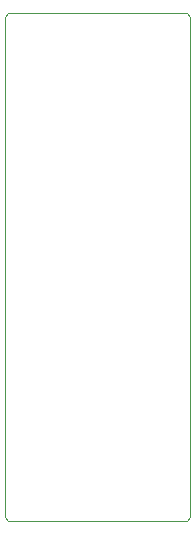
<source format=gbr>
G04 #@! TF.GenerationSoftware,KiCad,Pcbnew,(5.1.4)-1*
G04 #@! TF.CreationDate,2022-10-21T16:14:19+02:00*
G04 #@! TF.ProjectId,REG1-Front-Universal,52454731-2d46-4726-9f6e-742d556e6976,V00.01*
G04 #@! TF.SameCoordinates,Original*
G04 #@! TF.FileFunction,Profile,NP*
%FSLAX46Y46*%
G04 Gerber Fmt 4.6, Leading zero omitted, Abs format (unit mm)*
G04 Created by KiCad (PCBNEW (5.1.4)-1) date 2022-10-21 16:14:19*
%MOMM*%
%LPD*%
G04 APERTURE LIST*
%ADD10C,0.050000*%
G04 APERTURE END LIST*
D10*
X98000000Y-151900000D02*
X98300000Y-152200000D01*
X113700000Y-151900000D02*
X113400000Y-152200000D01*
X113400000Y-109200000D02*
X113700000Y-109500000D01*
X98300000Y-109200000D02*
X98000000Y-109500000D01*
X98000000Y-151900000D02*
X98000000Y-109500000D01*
X113400000Y-152200000D02*
X98300000Y-152200000D01*
X113700000Y-109500000D02*
X113700000Y-151900000D01*
X98300000Y-109200000D02*
X113400000Y-109200000D01*
M02*

</source>
